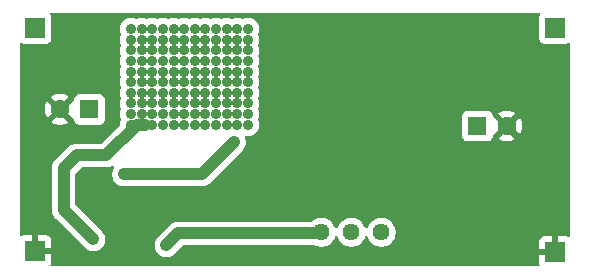
<source format=gbl>
G04 #@! TF.GenerationSoftware,KiCad,Pcbnew,9.0.1*
G04 #@! TF.CreationDate,2025-08-22T15:47:16+05:00*
G04 #@! TF.ProjectId,dc_boost_converter,64635f62-6f6f-4737-945f-636f6e766572,rev?*
G04 #@! TF.SameCoordinates,Original*
G04 #@! TF.FileFunction,Copper,L2,Bot*
G04 #@! TF.FilePolarity,Positive*
%FSLAX46Y46*%
G04 Gerber Fmt 4.6, Leading zero omitted, Abs format (unit mm)*
G04 Created by KiCad (PCBNEW 9.0.1) date 2025-08-22 15:47:16*
%MOMM*%
%LPD*%
G01*
G04 APERTURE LIST*
G04 #@! TA.AperFunction,ComponentPad*
%ADD10R,1.700000X1.700000*%
G04 #@! TD*
G04 #@! TA.AperFunction,ComponentPad*
%ADD11C,1.440000*%
G04 #@! TD*
G04 #@! TA.AperFunction,ComponentPad*
%ADD12R,1.600000X1.600000*%
G04 #@! TD*
G04 #@! TA.AperFunction,ComponentPad*
%ADD13C,1.600000*%
G04 #@! TD*
G04 #@! TA.AperFunction,ViaPad*
%ADD14C,0.900000*%
G04 #@! TD*
G04 #@! TA.AperFunction,Conductor*
%ADD15C,1.000000*%
G04 #@! TD*
G04 APERTURE END LIST*
D10*
X181100000Y-75200000D03*
X137100000Y-94100000D03*
D11*
X166380000Y-92500000D03*
X163840000Y-92500000D03*
X161300000Y-92500000D03*
D12*
X141682380Y-82100000D03*
D13*
X139182380Y-82100000D03*
D12*
X174517621Y-83500000D03*
D13*
X177017621Y-83500000D03*
D10*
X137100000Y-75200000D03*
X181100000Y-94200000D03*
D14*
X153900000Y-84900000D03*
X144600000Y-87600000D03*
X161300000Y-92600000D03*
X148200000Y-93600000D03*
X150600000Y-78900000D03*
X146100000Y-78000000D03*
X154200000Y-78900000D03*
X152400000Y-83400000D03*
X151500000Y-78900000D03*
X149700000Y-77100000D03*
X151500000Y-81600000D03*
X155100000Y-83400000D03*
X147000000Y-82500000D03*
X148800000Y-78900000D03*
X153300000Y-82500000D03*
X148800000Y-83400000D03*
X153300000Y-83400000D03*
X154200000Y-78000000D03*
X150600000Y-79800000D03*
X146100000Y-77100000D03*
X149700000Y-82500000D03*
X152400000Y-79800000D03*
X154200000Y-76200000D03*
X142000000Y-93100000D03*
X155100000Y-79800000D03*
X149700000Y-76200000D03*
X145200000Y-75300000D03*
X147000000Y-78000000D03*
X149700000Y-75300000D03*
X146100000Y-75300000D03*
X146100000Y-82500000D03*
X154200000Y-82500000D03*
X147000000Y-77100000D03*
X148800000Y-81600000D03*
X151500000Y-77100000D03*
X153300000Y-75300000D03*
X155100000Y-78900000D03*
X154200000Y-77100000D03*
X150600000Y-80700000D03*
X146100000Y-79800000D03*
X151500000Y-78000000D03*
X153300000Y-76200000D03*
X153300000Y-78900000D03*
X155100000Y-80700000D03*
X148800000Y-82500000D03*
X145200000Y-77100000D03*
X145200000Y-81600000D03*
X145200000Y-80700000D03*
X150600000Y-77100000D03*
X150600000Y-75300000D03*
X147000000Y-76200000D03*
X154200000Y-83400000D03*
X147000000Y-83400000D03*
X151500000Y-80700000D03*
X147000000Y-81600000D03*
X145200000Y-78000000D03*
X154200000Y-81600000D03*
X147900000Y-83400000D03*
X155100000Y-75300000D03*
X154200000Y-80700000D03*
X149700000Y-78000000D03*
X149700000Y-83400000D03*
X147000000Y-79800000D03*
X153300000Y-77100000D03*
X147000000Y-80700000D03*
X150600000Y-78000000D03*
X153300000Y-81600000D03*
X152400000Y-82500000D03*
X153300000Y-79800000D03*
X150600000Y-81600000D03*
X147900000Y-78000000D03*
X147900000Y-80700000D03*
X153300000Y-78000000D03*
X147900000Y-77100000D03*
X155100000Y-82500000D03*
X155100000Y-76200000D03*
X151500000Y-75300000D03*
X146100000Y-78900000D03*
X150600000Y-82500000D03*
X146100000Y-76200000D03*
X147900000Y-76200000D03*
X146100000Y-83400000D03*
X148800000Y-78000000D03*
X152400000Y-78900000D03*
X154200000Y-79800000D03*
X147900000Y-78900000D03*
X149700000Y-78900000D03*
X145200000Y-82500000D03*
X151500000Y-79800000D03*
X146100000Y-81600000D03*
X152400000Y-75300000D03*
X150600000Y-83400000D03*
X148800000Y-77100000D03*
X151500000Y-83400000D03*
X155100000Y-78000000D03*
X148800000Y-76200000D03*
X147000000Y-78900000D03*
X147900000Y-79800000D03*
X152400000Y-76200000D03*
X152400000Y-80700000D03*
X149700000Y-80700000D03*
X147000000Y-75300000D03*
X155100000Y-77100000D03*
X152400000Y-77100000D03*
X148800000Y-75300000D03*
X151500000Y-76200000D03*
X152400000Y-81600000D03*
X145200000Y-79800000D03*
X145200000Y-76200000D03*
X150600000Y-76200000D03*
X151500000Y-82500000D03*
X149700000Y-79800000D03*
X147900000Y-82500000D03*
X146100000Y-80700000D03*
X147900000Y-75300000D03*
X147900000Y-81600000D03*
X145200000Y-78900000D03*
X145200000Y-83400000D03*
X152400000Y-78000000D03*
X155100000Y-81600000D03*
X154200000Y-75300000D03*
X148800000Y-80700000D03*
X148800000Y-79800000D03*
X153300000Y-80700000D03*
X149700000Y-81600000D03*
D15*
X151200000Y-87600000D02*
X153900000Y-84900000D01*
X144600000Y-87600000D02*
X151200000Y-87600000D01*
X149200000Y-92600000D02*
X148200000Y-93600000D01*
X161300000Y-92600000D02*
X149200000Y-92600000D01*
X146100000Y-83400000D02*
X146400000Y-83400000D01*
X145700000Y-83400000D02*
X143100000Y-86000000D01*
X143100000Y-86000000D02*
X140600000Y-86000000D01*
X140600000Y-86000000D02*
X139500000Y-87100000D01*
X139500000Y-90600000D02*
X142000000Y-93100000D01*
X139500000Y-87100000D02*
X139500000Y-90600000D01*
X146400000Y-83400000D02*
X145700000Y-83400000D01*
G04 #@! TA.AperFunction,Conductor*
G36*
X179726491Y-73904294D02*
G01*
X179739926Y-73903334D01*
X179759361Y-73913946D01*
X179780607Y-73920185D01*
X179789426Y-73930363D01*
X179801249Y-73936819D01*
X179811861Y-73956255D01*
X179826362Y-73972989D01*
X179828278Y-73986320D01*
X179834734Y-73998142D01*
X179833154Y-74020228D01*
X179836306Y-74042147D01*
X179830602Y-74055916D01*
X179829750Y-74067834D01*
X179812835Y-74098810D01*
X179806206Y-74107665D01*
X179806202Y-74107671D01*
X179755908Y-74242517D01*
X179749501Y-74302116D01*
X179749501Y-74302123D01*
X179749500Y-74302135D01*
X179749500Y-76097870D01*
X179749501Y-76097876D01*
X179755908Y-76157483D01*
X179806202Y-76292328D01*
X179806206Y-76292335D01*
X179892452Y-76407544D01*
X179892455Y-76407547D01*
X180007664Y-76493793D01*
X180007671Y-76493797D01*
X180142517Y-76544091D01*
X180142516Y-76544091D01*
X180149444Y-76544835D01*
X180202127Y-76550500D01*
X181997872Y-76550499D01*
X182057483Y-76544091D01*
X182192331Y-76493796D01*
X182201186Y-76487166D01*
X182266649Y-76462747D01*
X182334923Y-76477596D01*
X182384330Y-76527000D01*
X182399500Y-76586431D01*
X182399500Y-92814192D01*
X182379815Y-92881231D01*
X182327011Y-92926986D01*
X182257853Y-92936930D01*
X182201190Y-92913460D01*
X182192088Y-92906646D01*
X182192086Y-92906645D01*
X182057379Y-92856403D01*
X182057372Y-92856401D01*
X181997844Y-92850000D01*
X181350000Y-92850000D01*
X181350000Y-93766988D01*
X181292993Y-93734075D01*
X181165826Y-93700000D01*
X181034174Y-93700000D01*
X180907007Y-93734075D01*
X180850000Y-93766988D01*
X180850000Y-92850000D01*
X180202155Y-92850000D01*
X180142627Y-92856401D01*
X180142620Y-92856403D01*
X180007913Y-92906645D01*
X180007906Y-92906649D01*
X179892812Y-92992809D01*
X179892809Y-92992812D01*
X179806649Y-93107906D01*
X179806645Y-93107913D01*
X179756403Y-93242620D01*
X179756401Y-93242627D01*
X179750000Y-93302155D01*
X179750000Y-93950000D01*
X180666988Y-93950000D01*
X180634075Y-94007007D01*
X180600000Y-94134174D01*
X180600000Y-94265826D01*
X180634075Y-94392993D01*
X180666988Y-94450000D01*
X179750000Y-94450000D01*
X179750000Y-95097844D01*
X179756401Y-95157372D01*
X179756403Y-95157379D01*
X179784297Y-95232167D01*
X179789281Y-95301859D01*
X179755796Y-95363182D01*
X179694473Y-95396666D01*
X179668115Y-95399500D01*
X138485808Y-95399500D01*
X138418769Y-95379815D01*
X138373014Y-95327011D01*
X138363070Y-95257853D01*
X138386540Y-95201190D01*
X138393353Y-95192088D01*
X138393354Y-95192086D01*
X138443596Y-95057379D01*
X138443598Y-95057372D01*
X138449999Y-94997844D01*
X138450000Y-94997827D01*
X138450000Y-94350000D01*
X137533012Y-94350000D01*
X137565925Y-94292993D01*
X137600000Y-94165826D01*
X137600000Y-94034174D01*
X137565925Y-93907007D01*
X137533012Y-93850000D01*
X138450000Y-93850000D01*
X138450000Y-93202172D01*
X138449999Y-93202155D01*
X138443598Y-93142627D01*
X138443596Y-93142620D01*
X138393354Y-93007913D01*
X138393350Y-93007906D01*
X138307190Y-92892812D01*
X138307187Y-92892809D01*
X138192093Y-92806649D01*
X138192086Y-92806645D01*
X138057379Y-92756403D01*
X138057372Y-92756401D01*
X137997844Y-92750000D01*
X137350000Y-92750000D01*
X137350000Y-93666988D01*
X137292993Y-93634075D01*
X137165826Y-93600000D01*
X137034174Y-93600000D01*
X136907007Y-93634075D01*
X136850000Y-93666988D01*
X136850000Y-92750000D01*
X136202155Y-92750000D01*
X136142627Y-92756401D01*
X136142620Y-92756403D01*
X136007913Y-92806645D01*
X136007911Y-92806646D01*
X135998810Y-92813460D01*
X135933345Y-92837876D01*
X135865072Y-92823024D01*
X135815667Y-92773618D01*
X135800500Y-92714192D01*
X135800500Y-90698543D01*
X138499499Y-90698543D01*
X138537947Y-90891829D01*
X138537950Y-90891839D01*
X138613364Y-91073907D01*
X138613371Y-91073920D01*
X138722860Y-91237781D01*
X138722863Y-91237785D01*
X138866537Y-91381459D01*
X138866559Y-91381479D01*
X141362215Y-93877136D01*
X141362219Y-93877139D01*
X141526079Y-93986627D01*
X141526083Y-93986629D01*
X141526086Y-93986631D01*
X141708164Y-94062051D01*
X141898946Y-94100000D01*
X141901455Y-94100499D01*
X141901458Y-94100500D01*
X141901460Y-94100500D01*
X142098542Y-94100500D01*
X142098543Y-94100499D01*
X142291836Y-94062051D01*
X142473914Y-93986631D01*
X142637781Y-93877139D01*
X142777139Y-93737781D01*
X142886631Y-93573914D01*
X142916645Y-93501455D01*
X147199500Y-93501455D01*
X147199500Y-93698544D01*
X147237947Y-93891828D01*
X147237949Y-93891836D01*
X147313367Y-94073910D01*
X147313372Y-94073920D01*
X147422860Y-94237780D01*
X147422863Y-94237784D01*
X147562215Y-94377136D01*
X147562219Y-94377139D01*
X147726079Y-94486627D01*
X147726083Y-94486629D01*
X147726086Y-94486631D01*
X147908164Y-94562051D01*
X148098946Y-94600000D01*
X148101455Y-94600499D01*
X148101458Y-94600500D01*
X148101460Y-94600500D01*
X148298542Y-94600500D01*
X148298543Y-94600499D01*
X148491836Y-94562051D01*
X148673914Y-94486631D01*
X148837781Y-94377139D01*
X149578102Y-93636819D01*
X149639425Y-93603334D01*
X149665783Y-93600500D01*
X160741700Y-93600500D01*
X160797995Y-93614015D01*
X160831493Y-93631083D01*
X160922845Y-93660764D01*
X161014199Y-93690447D01*
X161203945Y-93720500D01*
X161203946Y-93720500D01*
X161396054Y-93720500D01*
X161396055Y-93720500D01*
X161585801Y-93690447D01*
X161768509Y-93631082D01*
X161939681Y-93543865D01*
X162095102Y-93430945D01*
X162230945Y-93295102D01*
X162343865Y-93139681D01*
X162431082Y-92968509D01*
X162444574Y-92926986D01*
X162452069Y-92903919D01*
X162491506Y-92846243D01*
X162555864Y-92819044D01*
X162624711Y-92830958D01*
X162676187Y-92878202D01*
X162687931Y-92903919D01*
X162708915Y-92968504D01*
X162721301Y-92992812D01*
X162796135Y-93139681D01*
X162909055Y-93295102D01*
X163044898Y-93430945D01*
X163200319Y-93543865D01*
X163371491Y-93631082D01*
X163371493Y-93631083D01*
X163462845Y-93660764D01*
X163554199Y-93690447D01*
X163743945Y-93720500D01*
X163743946Y-93720500D01*
X163936054Y-93720500D01*
X163936055Y-93720500D01*
X164125801Y-93690447D01*
X164308509Y-93631082D01*
X164479681Y-93543865D01*
X164635102Y-93430945D01*
X164770945Y-93295102D01*
X164883865Y-93139681D01*
X164971082Y-92968509D01*
X164984574Y-92926986D01*
X164992069Y-92903919D01*
X165031506Y-92846243D01*
X165095864Y-92819044D01*
X165164711Y-92830958D01*
X165216187Y-92878202D01*
X165227931Y-92903919D01*
X165248915Y-92968504D01*
X165261301Y-92992812D01*
X165336135Y-93139681D01*
X165449055Y-93295102D01*
X165584898Y-93430945D01*
X165740319Y-93543865D01*
X165911491Y-93631082D01*
X165911493Y-93631083D01*
X166002845Y-93660764D01*
X166094199Y-93690447D01*
X166283945Y-93720500D01*
X166283946Y-93720500D01*
X166476054Y-93720500D01*
X166476055Y-93720500D01*
X166665801Y-93690447D01*
X166848509Y-93631082D01*
X167019681Y-93543865D01*
X167175102Y-93430945D01*
X167310945Y-93295102D01*
X167423865Y-93139681D01*
X167511082Y-92968509D01*
X167570447Y-92785801D01*
X167600500Y-92596055D01*
X167600500Y-92403945D01*
X167570447Y-92214199D01*
X167540424Y-92121797D01*
X167511083Y-92031493D01*
X167423864Y-91860318D01*
X167310945Y-91704898D01*
X167175102Y-91569055D01*
X167019681Y-91456135D01*
X166848506Y-91368916D01*
X166665802Y-91309553D01*
X166570928Y-91294526D01*
X166476055Y-91279500D01*
X166283945Y-91279500D01*
X166220696Y-91289517D01*
X166094197Y-91309553D01*
X165911493Y-91368916D01*
X165740318Y-91456135D01*
X165651645Y-91520560D01*
X165584898Y-91569055D01*
X165584896Y-91569057D01*
X165584895Y-91569057D01*
X165449057Y-91704895D01*
X165449057Y-91704896D01*
X165449055Y-91704898D01*
X165442899Y-91713371D01*
X165336135Y-91860318D01*
X165248916Y-92031493D01*
X165227931Y-92096081D01*
X165188494Y-92153756D01*
X165124135Y-92180955D01*
X165055289Y-92169041D01*
X165003813Y-92121797D01*
X164992069Y-92096081D01*
X164971083Y-92031493D01*
X164883864Y-91860318D01*
X164770945Y-91704898D01*
X164635102Y-91569055D01*
X164479681Y-91456135D01*
X164308506Y-91368916D01*
X164125802Y-91309553D01*
X164030928Y-91294526D01*
X163936055Y-91279500D01*
X163743945Y-91279500D01*
X163680696Y-91289517D01*
X163554197Y-91309553D01*
X163371493Y-91368916D01*
X163200318Y-91456135D01*
X163111645Y-91520560D01*
X163044898Y-91569055D01*
X163044896Y-91569057D01*
X163044895Y-91569057D01*
X162909057Y-91704895D01*
X162909057Y-91704896D01*
X162909055Y-91704898D01*
X162902899Y-91713371D01*
X162796135Y-91860318D01*
X162708916Y-92031493D01*
X162687931Y-92096081D01*
X162648494Y-92153756D01*
X162584135Y-92180955D01*
X162515289Y-92169041D01*
X162463813Y-92121797D01*
X162452069Y-92096081D01*
X162431083Y-92031493D01*
X162343864Y-91860318D01*
X162230945Y-91704898D01*
X162095102Y-91569055D01*
X161939681Y-91456135D01*
X161768506Y-91368916D01*
X161585802Y-91309553D01*
X161490928Y-91294526D01*
X161396055Y-91279500D01*
X161203945Y-91279500D01*
X161140696Y-91289517D01*
X161014197Y-91309553D01*
X160831493Y-91368916D01*
X160660318Y-91456135D01*
X160504895Y-91569057D01*
X160504039Y-91569789D01*
X160503646Y-91569964D01*
X160500957Y-91571919D01*
X160500546Y-91571353D01*
X160440278Y-91598360D01*
X160423506Y-91599500D01*
X149304675Y-91599500D01*
X149304655Y-91599499D01*
X149298541Y-91599499D01*
X149101460Y-91599499D01*
X149101457Y-91599499D01*
X148908172Y-91637946D01*
X148908164Y-91637948D01*
X148726088Y-91713366D01*
X148726079Y-91713371D01*
X148562219Y-91822859D01*
X148562215Y-91822862D01*
X147422863Y-92962215D01*
X147422860Y-92962219D01*
X147313372Y-93126079D01*
X147313367Y-93126089D01*
X147237949Y-93308163D01*
X147237947Y-93308171D01*
X147199500Y-93501455D01*
X142916645Y-93501455D01*
X142962051Y-93391836D01*
X143000500Y-93198540D01*
X143000500Y-93001460D01*
X143000500Y-93001457D01*
X143000499Y-93001455D01*
X142981098Y-92903919D01*
X142962051Y-92808164D01*
X142886631Y-92626086D01*
X142886629Y-92626083D01*
X142886627Y-92626079D01*
X142777139Y-92462219D01*
X142777136Y-92462215D01*
X140536819Y-90221898D01*
X140503334Y-90160575D01*
X140500500Y-90134217D01*
X140500500Y-87565782D01*
X140520185Y-87498743D01*
X140536819Y-87478101D01*
X140978101Y-87036819D01*
X141039424Y-87003334D01*
X141065782Y-87000500D01*
X143198543Y-87000500D01*
X143231440Y-86993955D01*
X143310594Y-86978211D01*
X143391836Y-86962051D01*
X143445165Y-86939961D01*
X143573914Y-86886632D01*
X143596562Y-86871499D01*
X143663236Y-86850621D01*
X143730617Y-86869104D01*
X143777308Y-86921082D01*
X143788486Y-86990052D01*
X143768555Y-87043491D01*
X143713370Y-87126081D01*
X143713364Y-87126092D01*
X143637950Y-87308160D01*
X143637947Y-87308170D01*
X143599500Y-87501456D01*
X143599500Y-87501459D01*
X143599500Y-87698541D01*
X143599500Y-87698543D01*
X143599499Y-87698543D01*
X143637947Y-87891829D01*
X143637950Y-87891839D01*
X143713364Y-88073907D01*
X143713371Y-88073920D01*
X143822860Y-88237781D01*
X143822863Y-88237785D01*
X143962214Y-88377136D01*
X143962218Y-88377139D01*
X144126079Y-88486628D01*
X144126092Y-88486635D01*
X144308160Y-88562049D01*
X144308165Y-88562051D01*
X144308169Y-88562051D01*
X144308170Y-88562052D01*
X144501456Y-88600500D01*
X144501459Y-88600500D01*
X151298542Y-88600500D01*
X151329566Y-88594328D01*
X151395188Y-88581275D01*
X151491836Y-88562051D01*
X151545165Y-88539961D01*
X151673914Y-88486632D01*
X151837782Y-88377139D01*
X151977139Y-88237782D01*
X151977139Y-88237780D01*
X151987347Y-88227573D01*
X151987348Y-88227570D01*
X154677140Y-85537781D01*
X154786632Y-85373914D01*
X154862052Y-85191835D01*
X154900501Y-84998540D01*
X154900501Y-84801459D01*
X154900501Y-84801456D01*
X154900500Y-84801454D01*
X154899035Y-84794091D01*
X154862052Y-84608164D01*
X154821558Y-84510405D01*
X154814090Y-84440937D01*
X154845365Y-84378457D01*
X154905454Y-84342805D01*
X154960311Y-84341336D01*
X154991328Y-84347505D01*
X155006381Y-84350499D01*
X155006383Y-84350500D01*
X155006384Y-84350500D01*
X155193617Y-84350500D01*
X155193618Y-84350499D01*
X155377251Y-84313973D01*
X155550231Y-84242322D01*
X155705908Y-84138302D01*
X155838302Y-84005908D01*
X155942322Y-83850231D01*
X156013973Y-83677251D01*
X156050500Y-83493616D01*
X156050500Y-83306384D01*
X156013973Y-83122749D01*
X155962071Y-82997449D01*
X155954603Y-82927985D01*
X155962068Y-82902557D01*
X156013973Y-82777251D01*
X156038860Y-82652135D01*
X173217121Y-82652135D01*
X173217121Y-84347870D01*
X173217122Y-84347876D01*
X173223529Y-84407483D01*
X173273823Y-84542328D01*
X173273827Y-84542335D01*
X173360073Y-84657544D01*
X173360076Y-84657547D01*
X173475285Y-84743793D01*
X173475292Y-84743797D01*
X173610138Y-84794091D01*
X173610137Y-84794091D01*
X173617065Y-84794835D01*
X173669748Y-84800500D01*
X175365493Y-84800499D01*
X175425104Y-84794091D01*
X175559952Y-84743796D01*
X175675167Y-84657546D01*
X175761417Y-84542331D01*
X175811712Y-84407483D01*
X175818121Y-84347873D01*
X175818120Y-84335612D01*
X175821696Y-84321052D01*
X175831963Y-84303380D01*
X175837688Y-84283760D01*
X175849160Y-84273783D01*
X175856798Y-84260640D01*
X175874988Y-84251325D01*
X175890413Y-84237913D01*
X175906901Y-84234984D01*
X175918988Y-84228795D01*
X175933639Y-84230234D01*
X175933875Y-84230192D01*
X176617621Y-83546446D01*
X176617621Y-83552661D01*
X176644880Y-83654394D01*
X176697541Y-83745606D01*
X176772015Y-83820080D01*
X176863227Y-83872741D01*
X176964960Y-83900000D01*
X176971174Y-83900000D01*
X176291697Y-84579474D01*
X176336271Y-84611859D01*
X176518589Y-84704755D01*
X176713203Y-84767990D01*
X176915304Y-84800000D01*
X177119938Y-84800000D01*
X177322038Y-84767990D01*
X177516652Y-84704755D01*
X177698970Y-84611859D01*
X177743542Y-84579474D01*
X177064068Y-83900000D01*
X177070282Y-83900000D01*
X177172015Y-83872741D01*
X177263227Y-83820080D01*
X177337701Y-83745606D01*
X177390362Y-83654394D01*
X177417621Y-83552661D01*
X177417621Y-83546448D01*
X178097095Y-84225922D01*
X178097095Y-84225921D01*
X178129480Y-84181349D01*
X178222376Y-83999031D01*
X178285611Y-83804417D01*
X178317621Y-83602317D01*
X178317621Y-83397682D01*
X178285611Y-83195582D01*
X178222376Y-83000968D01*
X178129480Y-82818650D01*
X178097095Y-82774077D01*
X178097095Y-82774076D01*
X177417621Y-83453551D01*
X177417621Y-83447339D01*
X177390362Y-83345606D01*
X177337701Y-83254394D01*
X177263227Y-83179920D01*
X177172015Y-83127259D01*
X177070282Y-83100000D01*
X177064067Y-83100000D01*
X177743543Y-82420524D01*
X177743542Y-82420523D01*
X177698980Y-82388147D01*
X177698971Y-82388141D01*
X177516652Y-82295244D01*
X177322038Y-82232009D01*
X177119938Y-82200000D01*
X176915304Y-82200000D01*
X176713203Y-82232009D01*
X176518589Y-82295244D01*
X176336265Y-82388143D01*
X176291698Y-82420523D01*
X176291698Y-82420524D01*
X176971175Y-83100000D01*
X176964960Y-83100000D01*
X176863227Y-83127259D01*
X176772015Y-83179920D01*
X176697541Y-83254394D01*
X176644880Y-83345606D01*
X176617621Y-83447339D01*
X176617621Y-83453553D01*
X175933134Y-82769066D01*
X175883470Y-82758633D01*
X175833714Y-82709581D01*
X175821697Y-82678947D01*
X175818120Y-82664378D01*
X175818120Y-82652128D01*
X175811712Y-82592517D01*
X175778833Y-82504365D01*
X175778832Y-82504359D01*
X175761418Y-82457671D01*
X175761414Y-82457664D01*
X175675168Y-82342455D01*
X175675165Y-82342452D01*
X175559956Y-82256206D01*
X175559949Y-82256202D01*
X175425103Y-82205908D01*
X175425104Y-82205908D01*
X175365504Y-82199501D01*
X175365502Y-82199500D01*
X175365494Y-82199500D01*
X175365485Y-82199500D01*
X173669750Y-82199500D01*
X173669744Y-82199501D01*
X173610137Y-82205908D01*
X173475292Y-82256202D01*
X173475285Y-82256206D01*
X173360076Y-82342452D01*
X173360073Y-82342455D01*
X173273827Y-82457664D01*
X173273823Y-82457671D01*
X173223529Y-82592517D01*
X173217122Y-82652116D01*
X173217121Y-82652135D01*
X156038860Y-82652135D01*
X156050500Y-82593616D01*
X156050500Y-82406384D01*
X156013973Y-82222749D01*
X155962071Y-82097449D01*
X155954603Y-82027985D01*
X155962068Y-82002557D01*
X156013973Y-81877251D01*
X156050500Y-81693616D01*
X156050500Y-81506384D01*
X156013973Y-81322749D01*
X155962071Y-81197449D01*
X155954603Y-81127985D01*
X155962068Y-81102557D01*
X156013973Y-80977251D01*
X156050500Y-80793616D01*
X156050500Y-80606384D01*
X156013973Y-80422749D01*
X155962071Y-80297449D01*
X155954603Y-80227985D01*
X155962068Y-80202557D01*
X156013973Y-80077251D01*
X156050500Y-79893616D01*
X156050500Y-79706384D01*
X156013973Y-79522749D01*
X155962071Y-79397449D01*
X155954603Y-79327985D01*
X155962068Y-79302557D01*
X156013973Y-79177251D01*
X156050500Y-78993616D01*
X156050500Y-78806384D01*
X156013973Y-78622749D01*
X155962071Y-78497449D01*
X155954603Y-78427985D01*
X155962068Y-78402557D01*
X156013973Y-78277251D01*
X156050500Y-78093616D01*
X156050500Y-77906384D01*
X156013973Y-77722749D01*
X155962071Y-77597449D01*
X155954603Y-77527985D01*
X155962068Y-77502557D01*
X156013973Y-77377251D01*
X156050500Y-77193616D01*
X156050500Y-77006384D01*
X156013973Y-76822749D01*
X155962071Y-76697449D01*
X155954603Y-76627985D01*
X155962068Y-76602557D01*
X156013973Y-76477251D01*
X156050500Y-76293616D01*
X156050500Y-76106384D01*
X156013973Y-75922749D01*
X155962071Y-75797449D01*
X155954603Y-75727985D01*
X155962068Y-75702557D01*
X156013973Y-75577251D01*
X156050500Y-75393616D01*
X156050500Y-75206384D01*
X156013973Y-75022749D01*
X155942322Y-74849769D01*
X155942321Y-74849768D01*
X155942318Y-74849762D01*
X155838302Y-74694092D01*
X155838299Y-74694088D01*
X155705911Y-74561700D01*
X155705907Y-74561697D01*
X155550237Y-74457681D01*
X155550228Y-74457676D01*
X155377251Y-74386027D01*
X155377243Y-74386025D01*
X155193620Y-74349500D01*
X155193616Y-74349500D01*
X155006384Y-74349500D01*
X155006379Y-74349500D01*
X154822756Y-74386025D01*
X154822744Y-74386028D01*
X154697452Y-74437926D01*
X154627983Y-74445395D01*
X154602548Y-74437926D01*
X154477255Y-74386028D01*
X154477243Y-74386025D01*
X154293620Y-74349500D01*
X154293616Y-74349500D01*
X154106384Y-74349500D01*
X154106379Y-74349500D01*
X153922756Y-74386025D01*
X153922744Y-74386028D01*
X153797452Y-74437926D01*
X153727983Y-74445395D01*
X153702548Y-74437926D01*
X153577255Y-74386028D01*
X153577243Y-74386025D01*
X153393620Y-74349500D01*
X153393616Y-74349500D01*
X153206384Y-74349500D01*
X153206379Y-74349500D01*
X153022756Y-74386025D01*
X153022744Y-74386028D01*
X152897452Y-74437926D01*
X152827983Y-74445395D01*
X152802548Y-74437926D01*
X152677255Y-74386028D01*
X152677243Y-74386025D01*
X152493620Y-74349500D01*
X152493616Y-74349500D01*
X152306384Y-74349500D01*
X152306379Y-74349500D01*
X152122756Y-74386025D01*
X152122744Y-74386028D01*
X151997452Y-74437926D01*
X151927983Y-74445395D01*
X151902548Y-74437926D01*
X151777255Y-74386028D01*
X151777243Y-74386025D01*
X151593620Y-74349500D01*
X151593616Y-74349500D01*
X151406384Y-74349500D01*
X151406379Y-74349500D01*
X151222756Y-74386025D01*
X151222744Y-74386028D01*
X151097452Y-74437926D01*
X151027983Y-74445395D01*
X151002548Y-74437926D01*
X150877255Y-74386028D01*
X150877243Y-74386025D01*
X150693620Y-74349500D01*
X150693616Y-74349500D01*
X150506384Y-74349500D01*
X150506379Y-74349500D01*
X150322756Y-74386025D01*
X150322744Y-74386028D01*
X150197452Y-74437926D01*
X150127983Y-74445395D01*
X150102548Y-74437926D01*
X149977255Y-74386028D01*
X149977243Y-74386025D01*
X149793620Y-74349500D01*
X149793616Y-74349500D01*
X149606384Y-74349500D01*
X149606379Y-74349500D01*
X149422756Y-74386025D01*
X149422744Y-74386028D01*
X149297452Y-74437926D01*
X149227983Y-74445395D01*
X149202548Y-74437926D01*
X149077255Y-74386028D01*
X149077243Y-74386025D01*
X148893620Y-74349500D01*
X148893616Y-74349500D01*
X148706384Y-74349500D01*
X148706379Y-74349500D01*
X148522756Y-74386025D01*
X148522744Y-74386028D01*
X148397452Y-74437926D01*
X148327983Y-74445395D01*
X148302548Y-74437926D01*
X148177255Y-74386028D01*
X148177243Y-74386025D01*
X147993620Y-74349500D01*
X147993616Y-74349500D01*
X147806384Y-74349500D01*
X147806379Y-74349500D01*
X147622756Y-74386025D01*
X147622744Y-74386028D01*
X147497452Y-74437926D01*
X147427983Y-74445395D01*
X147402548Y-74437926D01*
X147277255Y-74386028D01*
X147277243Y-74386025D01*
X147093620Y-74349500D01*
X147093616Y-74349500D01*
X146906384Y-74349500D01*
X146906379Y-74349500D01*
X146722756Y-74386025D01*
X146722744Y-74386028D01*
X146597452Y-74437926D01*
X146527983Y-74445395D01*
X146502548Y-74437926D01*
X146377255Y-74386028D01*
X146377243Y-74386025D01*
X146193620Y-74349500D01*
X146193616Y-74349500D01*
X146006384Y-74349500D01*
X146006379Y-74349500D01*
X145822756Y-74386025D01*
X145822744Y-74386028D01*
X145697452Y-74437926D01*
X145627983Y-74445395D01*
X145602548Y-74437926D01*
X145477255Y-74386028D01*
X145477243Y-74386025D01*
X145293620Y-74349500D01*
X145293616Y-74349500D01*
X145106384Y-74349500D01*
X145106379Y-74349500D01*
X144922756Y-74386025D01*
X144922748Y-74386027D01*
X144749771Y-74457676D01*
X144749762Y-74457681D01*
X144594092Y-74561697D01*
X144594088Y-74561700D01*
X144461700Y-74694088D01*
X144461697Y-74694092D01*
X144357681Y-74849762D01*
X144357676Y-74849771D01*
X144286027Y-75022748D01*
X144286025Y-75022756D01*
X144249500Y-75206379D01*
X144249500Y-75393620D01*
X144286025Y-75577243D01*
X144286028Y-75577255D01*
X144337926Y-75702548D01*
X144345395Y-75772017D01*
X144337926Y-75797452D01*
X144286028Y-75922744D01*
X144286025Y-75922756D01*
X144249500Y-76106379D01*
X144249500Y-76293620D01*
X144286025Y-76477243D01*
X144286028Y-76477255D01*
X144337926Y-76602548D01*
X144345395Y-76672017D01*
X144337926Y-76697452D01*
X144286028Y-76822744D01*
X144286025Y-76822756D01*
X144249500Y-77006379D01*
X144249500Y-77193620D01*
X144286025Y-77377243D01*
X144286028Y-77377255D01*
X144337926Y-77502548D01*
X144345395Y-77572017D01*
X144337926Y-77597452D01*
X144286028Y-77722744D01*
X144286025Y-77722756D01*
X144249500Y-77906379D01*
X144249500Y-78093620D01*
X144286025Y-78277243D01*
X144286028Y-78277255D01*
X144337926Y-78402548D01*
X144345395Y-78472017D01*
X144337926Y-78497452D01*
X144286028Y-78622744D01*
X144286025Y-78622756D01*
X144249500Y-78806379D01*
X144249500Y-78993620D01*
X144286025Y-79177243D01*
X144286028Y-79177255D01*
X144337926Y-79302548D01*
X144345395Y-79372017D01*
X144337926Y-79397452D01*
X144286028Y-79522744D01*
X144286025Y-79522756D01*
X144249500Y-79706379D01*
X144249500Y-79893620D01*
X144286025Y-80077243D01*
X144286028Y-80077255D01*
X144337926Y-80202548D01*
X144345395Y-80272017D01*
X144337926Y-80297452D01*
X144286028Y-80422744D01*
X144286025Y-80422756D01*
X144249500Y-80606379D01*
X144249500Y-80793620D01*
X144286025Y-80977243D01*
X144286028Y-80977255D01*
X144337926Y-81102548D01*
X144345395Y-81172017D01*
X144337926Y-81197452D01*
X144286028Y-81322744D01*
X144286025Y-81322756D01*
X144249500Y-81506379D01*
X144249500Y-81693620D01*
X144286025Y-81877243D01*
X144286028Y-81877255D01*
X144337926Y-82002548D01*
X144345395Y-82072017D01*
X144337926Y-82097452D01*
X144286028Y-82222744D01*
X144286025Y-82222756D01*
X144249500Y-82406379D01*
X144249500Y-82593620D01*
X144286025Y-82777243D01*
X144286028Y-82777255D01*
X144337926Y-82902548D01*
X144345395Y-82972017D01*
X144337926Y-82997452D01*
X144286028Y-83122744D01*
X144286025Y-83122756D01*
X144249500Y-83306379D01*
X144249500Y-83384217D01*
X144229815Y-83451256D01*
X144213181Y-83471898D01*
X142721899Y-84963181D01*
X142660576Y-84996666D01*
X142634218Y-84999500D01*
X140501455Y-84999500D01*
X140404812Y-85018724D01*
X140308167Y-85037947D01*
X140308161Y-85037949D01*
X140254834Y-85060037D01*
X140254834Y-85060038D01*
X140209315Y-85078892D01*
X140126089Y-85113366D01*
X140126079Y-85113371D01*
X139962219Y-85222859D01*
X139892540Y-85292538D01*
X139822861Y-85362218D01*
X139822858Y-85362221D01*
X138862221Y-86322858D01*
X138862218Y-86322861D01*
X138792538Y-86392540D01*
X138722859Y-86462219D01*
X138613371Y-86626080D01*
X138613364Y-86626093D01*
X138603670Y-86649499D01*
X138603670Y-86649500D01*
X138537949Y-86808163D01*
X138532042Y-86837857D01*
X138522341Y-86886631D01*
X138499500Y-87001459D01*
X138499500Y-90698541D01*
X138499500Y-90698543D01*
X138499499Y-90698543D01*
X135800500Y-90698543D01*
X135800500Y-81997682D01*
X137882380Y-81997682D01*
X137882380Y-82202317D01*
X137914389Y-82404417D01*
X137977624Y-82599031D01*
X138070521Y-82781350D01*
X138070527Y-82781359D01*
X138102903Y-82825921D01*
X138102904Y-82825922D01*
X138782380Y-82146446D01*
X138782380Y-82152661D01*
X138809639Y-82254394D01*
X138862300Y-82345606D01*
X138936774Y-82420080D01*
X139027986Y-82472741D01*
X139129719Y-82500000D01*
X139135933Y-82500000D01*
X138456456Y-83179474D01*
X138501030Y-83211859D01*
X138683348Y-83304755D01*
X138877962Y-83367990D01*
X139080063Y-83400000D01*
X139284697Y-83400000D01*
X139486797Y-83367990D01*
X139681411Y-83304755D01*
X139863729Y-83211859D01*
X139908301Y-83179474D01*
X139228827Y-82500000D01*
X139235041Y-82500000D01*
X139336774Y-82472741D01*
X139427986Y-82420080D01*
X139502460Y-82345606D01*
X139555121Y-82254394D01*
X139582380Y-82152661D01*
X139582380Y-82146447D01*
X140266863Y-82830931D01*
X140316527Y-82841364D01*
X140366285Y-82890415D01*
X140380380Y-82944634D01*
X140381479Y-82944576D01*
X140381526Y-82944571D01*
X140381526Y-82944573D01*
X140381704Y-82944564D01*
X140381881Y-82947876D01*
X140388288Y-83007483D01*
X140438582Y-83142328D01*
X140438586Y-83142335D01*
X140524832Y-83257544D01*
X140524835Y-83257547D01*
X140640044Y-83343793D01*
X140640051Y-83343797D01*
X140774897Y-83394091D01*
X140774896Y-83394091D01*
X140781824Y-83394835D01*
X140834507Y-83400500D01*
X142530252Y-83400499D01*
X142589863Y-83394091D01*
X142724711Y-83343796D01*
X142839926Y-83257546D01*
X142926176Y-83142331D01*
X142976471Y-83007483D01*
X142982880Y-82947873D01*
X142982879Y-81252128D01*
X142977002Y-81197454D01*
X142976471Y-81192516D01*
X142926177Y-81057671D01*
X142926173Y-81057664D01*
X142839927Y-80942455D01*
X142839924Y-80942452D01*
X142724715Y-80856206D01*
X142724708Y-80856202D01*
X142589862Y-80805908D01*
X142589863Y-80805908D01*
X142530263Y-80799501D01*
X142530261Y-80799500D01*
X142530253Y-80799500D01*
X142530244Y-80799500D01*
X140834509Y-80799500D01*
X140834503Y-80799501D01*
X140774896Y-80805908D01*
X140640051Y-80856202D01*
X140640044Y-80856206D01*
X140524835Y-80942452D01*
X140524832Y-80942455D01*
X140438586Y-81057664D01*
X140438582Y-81057671D01*
X140388288Y-81192517D01*
X140381881Y-81252116D01*
X140381881Y-81252123D01*
X140381702Y-81255452D01*
X140380121Y-81255367D01*
X140362195Y-81316419D01*
X140309391Y-81362174D01*
X140266106Y-81369824D01*
X139582380Y-82053551D01*
X139582380Y-82047339D01*
X139555121Y-81945606D01*
X139502460Y-81854394D01*
X139427986Y-81779920D01*
X139336774Y-81727259D01*
X139235041Y-81700000D01*
X139228826Y-81700000D01*
X139908302Y-81020524D01*
X139908301Y-81020523D01*
X139863739Y-80988147D01*
X139863730Y-80988141D01*
X139681411Y-80895244D01*
X139486797Y-80832009D01*
X139284697Y-80800000D01*
X139080063Y-80800000D01*
X138877962Y-80832009D01*
X138683348Y-80895244D01*
X138501024Y-80988143D01*
X138456457Y-81020523D01*
X138456457Y-81020524D01*
X139135934Y-81700000D01*
X139129719Y-81700000D01*
X139027986Y-81727259D01*
X138936774Y-81779920D01*
X138862300Y-81854394D01*
X138809639Y-81945606D01*
X138782380Y-82047339D01*
X138782380Y-82053553D01*
X138102904Y-81374077D01*
X138102903Y-81374077D01*
X138070523Y-81418644D01*
X137977624Y-81600968D01*
X137914389Y-81795582D01*
X137882380Y-81997682D01*
X135800500Y-81997682D01*
X135800500Y-76586431D01*
X135820185Y-76519392D01*
X135872989Y-76473637D01*
X135942147Y-76463693D01*
X135998813Y-76487166D01*
X136007669Y-76493796D01*
X136007670Y-76493796D01*
X136007671Y-76493797D01*
X136142517Y-76544091D01*
X136142516Y-76544091D01*
X136149444Y-76544835D01*
X136202127Y-76550500D01*
X137997872Y-76550499D01*
X138057483Y-76544091D01*
X138192331Y-76493796D01*
X138307546Y-76407546D01*
X138393796Y-76292331D01*
X138444091Y-76157483D01*
X138450500Y-76097873D01*
X138450499Y-74302128D01*
X138444091Y-74242517D01*
X138393796Y-74107669D01*
X138393749Y-74107607D01*
X138387165Y-74098810D01*
X138362748Y-74033346D01*
X138377600Y-73965073D01*
X138427005Y-73915668D01*
X138486432Y-73900500D01*
X179713568Y-73900500D01*
X179726491Y-73904294D01*
G37*
G04 #@! TD.AperFunction*
M02*

</source>
